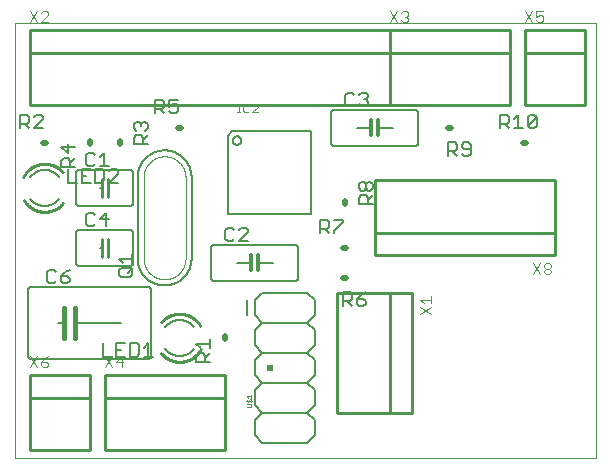
<source format=gto>
G75*
%MOIN*%
%OFA0B0*%
%FSLAX25Y25*%
%IPPOS*%
%LPD*%
%AMOC8*
5,1,8,0,0,1.08239X$1,22.5*
%
%ADD10C,0.00000*%
%ADD11C,0.00600*%
%ADD12C,0.01000*%
%ADD13C,0.00500*%
%ADD14C,0.01200*%
%ADD15C,0.01600*%
%ADD16C,0.00300*%
%ADD17C,0.00200*%
%ADD18C,0.02000*%
%ADD19C,0.00800*%
%ADD20C,0.00100*%
%ADD21R,0.02000X0.02000*%
%ADD22C,0.00400*%
D10*
X0001400Y0008000D02*
X0001400Y0152961D01*
X0195101Y0152961D01*
X0195101Y0008000D01*
X0001400Y0008000D01*
D11*
X0006900Y0041000D02*
X0045900Y0041000D01*
X0045960Y0041002D01*
X0046021Y0041007D01*
X0046080Y0041016D01*
X0046139Y0041029D01*
X0046198Y0041045D01*
X0046255Y0041065D01*
X0046310Y0041088D01*
X0046365Y0041115D01*
X0046417Y0041144D01*
X0046468Y0041177D01*
X0046517Y0041213D01*
X0046563Y0041251D01*
X0046607Y0041293D01*
X0046649Y0041337D01*
X0046687Y0041383D01*
X0046723Y0041432D01*
X0046756Y0041483D01*
X0046785Y0041535D01*
X0046812Y0041590D01*
X0046835Y0041645D01*
X0046855Y0041702D01*
X0046871Y0041761D01*
X0046884Y0041820D01*
X0046893Y0041879D01*
X0046898Y0041940D01*
X0046900Y0042000D01*
X0046900Y0064000D01*
X0046898Y0064060D01*
X0046893Y0064121D01*
X0046884Y0064180D01*
X0046871Y0064239D01*
X0046855Y0064298D01*
X0046835Y0064355D01*
X0046812Y0064410D01*
X0046785Y0064465D01*
X0046756Y0064517D01*
X0046723Y0064568D01*
X0046687Y0064617D01*
X0046649Y0064663D01*
X0046607Y0064707D01*
X0046563Y0064749D01*
X0046517Y0064787D01*
X0046468Y0064823D01*
X0046417Y0064856D01*
X0046365Y0064885D01*
X0046310Y0064912D01*
X0046255Y0064935D01*
X0046198Y0064955D01*
X0046139Y0064971D01*
X0046080Y0064984D01*
X0046021Y0064993D01*
X0045960Y0064998D01*
X0045900Y0065000D01*
X0006900Y0065000D01*
X0006840Y0064998D01*
X0006779Y0064993D01*
X0006720Y0064984D01*
X0006661Y0064971D01*
X0006602Y0064955D01*
X0006545Y0064935D01*
X0006490Y0064912D01*
X0006435Y0064885D01*
X0006383Y0064856D01*
X0006332Y0064823D01*
X0006283Y0064787D01*
X0006237Y0064749D01*
X0006193Y0064707D01*
X0006151Y0064663D01*
X0006113Y0064617D01*
X0006077Y0064568D01*
X0006044Y0064517D01*
X0006015Y0064465D01*
X0005988Y0064410D01*
X0005965Y0064355D01*
X0005945Y0064298D01*
X0005929Y0064239D01*
X0005916Y0064180D01*
X0005907Y0064121D01*
X0005902Y0064060D01*
X0005900Y0064000D01*
X0005900Y0042000D01*
X0005902Y0041940D01*
X0005907Y0041879D01*
X0005916Y0041820D01*
X0005929Y0041761D01*
X0005945Y0041702D01*
X0005965Y0041645D01*
X0005988Y0041590D01*
X0006015Y0041535D01*
X0006044Y0041483D01*
X0006077Y0041432D01*
X0006113Y0041383D01*
X0006151Y0041337D01*
X0006193Y0041293D01*
X0006237Y0041251D01*
X0006283Y0041213D01*
X0006332Y0041177D01*
X0006383Y0041144D01*
X0006435Y0041115D01*
X0006490Y0041088D01*
X0006545Y0041065D01*
X0006602Y0041045D01*
X0006661Y0041029D01*
X0006720Y0041016D01*
X0006779Y0041007D01*
X0006840Y0041002D01*
X0006900Y0041000D01*
X0015900Y0053000D02*
X0017900Y0053000D01*
X0021400Y0053000D02*
X0036900Y0053000D01*
X0056400Y0054000D02*
X0056552Y0053998D01*
X0056703Y0053992D01*
X0056854Y0053983D01*
X0057006Y0053969D01*
X0057156Y0053952D01*
X0057306Y0053931D01*
X0057456Y0053906D01*
X0057605Y0053878D01*
X0057753Y0053845D01*
X0057900Y0053809D01*
X0058047Y0053770D01*
X0058192Y0053726D01*
X0058336Y0053679D01*
X0058479Y0053628D01*
X0058620Y0053574D01*
X0058761Y0053516D01*
X0058899Y0053455D01*
X0059036Y0053390D01*
X0059172Y0053321D01*
X0059305Y0053250D01*
X0059437Y0053175D01*
X0059567Y0053096D01*
X0059694Y0053015D01*
X0059820Y0052930D01*
X0059944Y0052842D01*
X0060065Y0052751D01*
X0060184Y0052657D01*
X0060300Y0052559D01*
X0060414Y0052459D01*
X0060526Y0052357D01*
X0060634Y0052251D01*
X0060740Y0052143D01*
X0060844Y0052032D01*
X0060944Y0051918D01*
X0061042Y0051802D01*
X0061136Y0051683D01*
X0056400Y0042000D02*
X0056246Y0042002D01*
X0056092Y0042008D01*
X0055938Y0042018D01*
X0055784Y0042032D01*
X0055631Y0042049D01*
X0055479Y0042071D01*
X0055327Y0042097D01*
X0055175Y0042126D01*
X0055025Y0042160D01*
X0054875Y0042197D01*
X0054727Y0042238D01*
X0054579Y0042283D01*
X0054433Y0042332D01*
X0054288Y0042384D01*
X0054145Y0042440D01*
X0054002Y0042500D01*
X0053862Y0042563D01*
X0053723Y0042630D01*
X0053586Y0042701D01*
X0053451Y0042775D01*
X0053318Y0042852D01*
X0053186Y0042933D01*
X0053057Y0043017D01*
X0052930Y0043105D01*
X0052806Y0043196D01*
X0052684Y0043289D01*
X0052564Y0043387D01*
X0052447Y0043487D01*
X0052332Y0043590D01*
X0052220Y0043696D01*
X0052111Y0043804D01*
X0052005Y0043916D01*
X0051901Y0044030D01*
X0051801Y0044147D01*
X0051703Y0044266D01*
X0051609Y0044388D01*
X0051518Y0044513D01*
X0056400Y0042000D02*
X0056550Y0042002D01*
X0056701Y0042008D01*
X0056851Y0042017D01*
X0057000Y0042030D01*
X0057150Y0042047D01*
X0057299Y0042068D01*
X0057447Y0042092D01*
X0057595Y0042120D01*
X0057742Y0042152D01*
X0057888Y0042187D01*
X0058033Y0042227D01*
X0058177Y0042269D01*
X0058320Y0042316D01*
X0058462Y0042366D01*
X0058603Y0042419D01*
X0058742Y0042476D01*
X0058880Y0042536D01*
X0059016Y0042600D01*
X0059150Y0042667D01*
X0059283Y0042738D01*
X0059414Y0042812D01*
X0059543Y0042889D01*
X0059670Y0042970D01*
X0059795Y0043053D01*
X0059918Y0043140D01*
X0060039Y0043229D01*
X0060157Y0043322D01*
X0060273Y0043418D01*
X0060387Y0043516D01*
X0060498Y0043617D01*
X0060607Y0043722D01*
X0060712Y0043828D01*
X0060816Y0043938D01*
X0060916Y0044050D01*
X0061014Y0044164D01*
X0061108Y0044281D01*
X0061200Y0044400D01*
X0056400Y0054000D02*
X0056248Y0053998D01*
X0056097Y0053992D01*
X0055946Y0053983D01*
X0055794Y0053969D01*
X0055644Y0053952D01*
X0055494Y0053931D01*
X0055344Y0053906D01*
X0055195Y0053878D01*
X0055047Y0053845D01*
X0054900Y0053809D01*
X0054753Y0053770D01*
X0054608Y0053726D01*
X0054464Y0053679D01*
X0054321Y0053628D01*
X0054180Y0053574D01*
X0054039Y0053516D01*
X0053901Y0053455D01*
X0053764Y0053390D01*
X0053628Y0053321D01*
X0053495Y0053250D01*
X0053363Y0053175D01*
X0053233Y0053096D01*
X0053106Y0053015D01*
X0052980Y0052930D01*
X0052856Y0052842D01*
X0052735Y0052751D01*
X0052616Y0052657D01*
X0052500Y0052559D01*
X0052386Y0052459D01*
X0052274Y0052357D01*
X0052166Y0052251D01*
X0052060Y0052143D01*
X0051956Y0052032D01*
X0051856Y0051918D01*
X0051758Y0051802D01*
X0051664Y0051683D01*
X0067900Y0067000D02*
X0094900Y0067000D01*
X0094960Y0067002D01*
X0095021Y0067007D01*
X0095080Y0067016D01*
X0095139Y0067029D01*
X0095198Y0067045D01*
X0095255Y0067065D01*
X0095310Y0067088D01*
X0095365Y0067115D01*
X0095417Y0067144D01*
X0095468Y0067177D01*
X0095517Y0067213D01*
X0095563Y0067251D01*
X0095607Y0067293D01*
X0095649Y0067337D01*
X0095687Y0067383D01*
X0095723Y0067432D01*
X0095756Y0067483D01*
X0095785Y0067535D01*
X0095812Y0067590D01*
X0095835Y0067645D01*
X0095855Y0067702D01*
X0095871Y0067761D01*
X0095884Y0067820D01*
X0095893Y0067879D01*
X0095898Y0067940D01*
X0095900Y0068000D01*
X0095900Y0078000D01*
X0095898Y0078060D01*
X0095893Y0078121D01*
X0095884Y0078180D01*
X0095871Y0078239D01*
X0095855Y0078298D01*
X0095835Y0078355D01*
X0095812Y0078410D01*
X0095785Y0078465D01*
X0095756Y0078517D01*
X0095723Y0078568D01*
X0095687Y0078617D01*
X0095649Y0078663D01*
X0095607Y0078707D01*
X0095563Y0078749D01*
X0095517Y0078787D01*
X0095468Y0078823D01*
X0095417Y0078856D01*
X0095365Y0078885D01*
X0095310Y0078912D01*
X0095255Y0078935D01*
X0095198Y0078955D01*
X0095139Y0078971D01*
X0095080Y0078984D01*
X0095021Y0078993D01*
X0094960Y0078998D01*
X0094900Y0079000D01*
X0067900Y0079000D01*
X0067840Y0078998D01*
X0067779Y0078993D01*
X0067720Y0078984D01*
X0067661Y0078971D01*
X0067602Y0078955D01*
X0067545Y0078935D01*
X0067490Y0078912D01*
X0067435Y0078885D01*
X0067383Y0078856D01*
X0067332Y0078823D01*
X0067283Y0078787D01*
X0067237Y0078749D01*
X0067193Y0078707D01*
X0067151Y0078663D01*
X0067113Y0078617D01*
X0067077Y0078568D01*
X0067044Y0078517D01*
X0067015Y0078465D01*
X0066988Y0078410D01*
X0066965Y0078355D01*
X0066945Y0078298D01*
X0066929Y0078239D01*
X0066916Y0078180D01*
X0066907Y0078121D01*
X0066902Y0078060D01*
X0066900Y0078000D01*
X0066900Y0068000D01*
X0066902Y0067940D01*
X0066907Y0067879D01*
X0066916Y0067820D01*
X0066929Y0067761D01*
X0066945Y0067702D01*
X0066965Y0067645D01*
X0066988Y0067590D01*
X0067015Y0067535D01*
X0067044Y0067483D01*
X0067077Y0067432D01*
X0067113Y0067383D01*
X0067151Y0067337D01*
X0067193Y0067293D01*
X0067237Y0067251D01*
X0067283Y0067213D01*
X0067332Y0067177D01*
X0067383Y0067144D01*
X0067435Y0067115D01*
X0067490Y0067088D01*
X0067545Y0067065D01*
X0067602Y0067045D01*
X0067661Y0067029D01*
X0067720Y0067016D01*
X0067779Y0067007D01*
X0067840Y0067002D01*
X0067900Y0067000D01*
X0075400Y0073000D02*
X0080200Y0073000D01*
X0082700Y0073000D02*
X0087400Y0073000D01*
X0083900Y0063000D02*
X0098900Y0063000D01*
X0101400Y0060500D01*
X0101400Y0055500D01*
X0098900Y0053000D01*
X0083900Y0053000D01*
X0081400Y0050500D01*
X0081400Y0045500D01*
X0083900Y0043000D01*
X0098900Y0043000D01*
X0101400Y0040500D01*
X0101400Y0035500D01*
X0098900Y0033000D01*
X0083900Y0033000D01*
X0081400Y0030500D01*
X0081400Y0025500D01*
X0083900Y0023000D01*
X0081400Y0020500D01*
X0081400Y0015500D01*
X0083900Y0013000D01*
X0098900Y0013000D01*
X0101400Y0015500D01*
X0101400Y0020500D01*
X0098900Y0023000D01*
X0083900Y0023000D01*
X0083900Y0033000D02*
X0081400Y0035500D01*
X0081400Y0040500D01*
X0083900Y0043000D01*
X0083900Y0053000D02*
X0081400Y0055500D01*
X0081400Y0060500D01*
X0083900Y0063000D01*
X0098900Y0053000D02*
X0101400Y0050500D01*
X0101400Y0045500D01*
X0098900Y0043000D01*
X0098900Y0033000D02*
X0101400Y0030500D01*
X0101400Y0025500D01*
X0098900Y0023000D01*
X0040900Y0073000D02*
X0040900Y0083000D01*
X0040898Y0083060D01*
X0040893Y0083121D01*
X0040884Y0083180D01*
X0040871Y0083239D01*
X0040855Y0083298D01*
X0040835Y0083355D01*
X0040812Y0083410D01*
X0040785Y0083465D01*
X0040756Y0083517D01*
X0040723Y0083568D01*
X0040687Y0083617D01*
X0040649Y0083663D01*
X0040607Y0083707D01*
X0040563Y0083749D01*
X0040517Y0083787D01*
X0040468Y0083823D01*
X0040417Y0083856D01*
X0040365Y0083885D01*
X0040310Y0083912D01*
X0040255Y0083935D01*
X0040198Y0083955D01*
X0040139Y0083971D01*
X0040080Y0083984D01*
X0040021Y0083993D01*
X0039960Y0083998D01*
X0039900Y0084000D01*
X0022900Y0084000D01*
X0022840Y0083998D01*
X0022779Y0083993D01*
X0022720Y0083984D01*
X0022661Y0083971D01*
X0022602Y0083955D01*
X0022545Y0083935D01*
X0022490Y0083912D01*
X0022435Y0083885D01*
X0022383Y0083856D01*
X0022332Y0083823D01*
X0022283Y0083787D01*
X0022237Y0083749D01*
X0022193Y0083707D01*
X0022151Y0083663D01*
X0022113Y0083617D01*
X0022077Y0083568D01*
X0022044Y0083517D01*
X0022015Y0083465D01*
X0021988Y0083410D01*
X0021965Y0083355D01*
X0021945Y0083298D01*
X0021929Y0083239D01*
X0021916Y0083180D01*
X0021907Y0083121D01*
X0021902Y0083060D01*
X0021900Y0083000D01*
X0021900Y0073000D01*
X0021902Y0072940D01*
X0021907Y0072879D01*
X0021916Y0072820D01*
X0021929Y0072761D01*
X0021945Y0072702D01*
X0021965Y0072645D01*
X0021988Y0072590D01*
X0022015Y0072535D01*
X0022044Y0072483D01*
X0022077Y0072432D01*
X0022113Y0072383D01*
X0022151Y0072337D01*
X0022193Y0072293D01*
X0022237Y0072251D01*
X0022283Y0072213D01*
X0022332Y0072177D01*
X0022383Y0072144D01*
X0022435Y0072115D01*
X0022490Y0072088D01*
X0022545Y0072065D01*
X0022602Y0072045D01*
X0022661Y0072029D01*
X0022720Y0072016D01*
X0022779Y0072007D01*
X0022840Y0072002D01*
X0022900Y0072000D01*
X0039900Y0072000D01*
X0039960Y0072002D01*
X0040021Y0072007D01*
X0040080Y0072016D01*
X0040139Y0072029D01*
X0040198Y0072045D01*
X0040255Y0072065D01*
X0040310Y0072088D01*
X0040365Y0072115D01*
X0040417Y0072144D01*
X0040468Y0072177D01*
X0040517Y0072213D01*
X0040563Y0072251D01*
X0040607Y0072293D01*
X0040649Y0072337D01*
X0040687Y0072383D01*
X0040723Y0072432D01*
X0040756Y0072483D01*
X0040785Y0072535D01*
X0040812Y0072590D01*
X0040835Y0072645D01*
X0040855Y0072702D01*
X0040871Y0072761D01*
X0040884Y0072820D01*
X0040893Y0072879D01*
X0040898Y0072940D01*
X0040900Y0073000D01*
X0042400Y0074500D02*
X0042400Y0101500D01*
X0040900Y0103000D02*
X0040900Y0093000D01*
X0040898Y0092940D01*
X0040893Y0092879D01*
X0040884Y0092820D01*
X0040871Y0092761D01*
X0040855Y0092702D01*
X0040835Y0092645D01*
X0040812Y0092590D01*
X0040785Y0092535D01*
X0040756Y0092483D01*
X0040723Y0092432D01*
X0040687Y0092383D01*
X0040649Y0092337D01*
X0040607Y0092293D01*
X0040563Y0092251D01*
X0040517Y0092213D01*
X0040468Y0092177D01*
X0040417Y0092144D01*
X0040365Y0092115D01*
X0040310Y0092088D01*
X0040255Y0092065D01*
X0040198Y0092045D01*
X0040139Y0092029D01*
X0040080Y0092016D01*
X0040021Y0092007D01*
X0039960Y0092002D01*
X0039900Y0092000D01*
X0022900Y0092000D01*
X0022840Y0092002D01*
X0022779Y0092007D01*
X0022720Y0092016D01*
X0022661Y0092029D01*
X0022602Y0092045D01*
X0022545Y0092065D01*
X0022490Y0092088D01*
X0022435Y0092115D01*
X0022383Y0092144D01*
X0022332Y0092177D01*
X0022283Y0092213D01*
X0022237Y0092251D01*
X0022193Y0092293D01*
X0022151Y0092337D01*
X0022113Y0092383D01*
X0022077Y0092432D01*
X0022044Y0092483D01*
X0022015Y0092535D01*
X0021988Y0092590D01*
X0021965Y0092645D01*
X0021945Y0092702D01*
X0021929Y0092761D01*
X0021916Y0092820D01*
X0021907Y0092879D01*
X0021902Y0092940D01*
X0021900Y0093000D01*
X0021900Y0103000D01*
X0021902Y0103060D01*
X0021907Y0103121D01*
X0021916Y0103180D01*
X0021929Y0103239D01*
X0021945Y0103298D01*
X0021965Y0103355D01*
X0021988Y0103410D01*
X0022015Y0103465D01*
X0022044Y0103517D01*
X0022077Y0103568D01*
X0022113Y0103617D01*
X0022151Y0103663D01*
X0022193Y0103707D01*
X0022237Y0103749D01*
X0022283Y0103787D01*
X0022332Y0103823D01*
X0022383Y0103856D01*
X0022435Y0103885D01*
X0022490Y0103912D01*
X0022545Y0103935D01*
X0022602Y0103955D01*
X0022661Y0103971D01*
X0022720Y0103984D01*
X0022779Y0103993D01*
X0022840Y0103998D01*
X0022900Y0104000D01*
X0039900Y0104000D01*
X0039960Y0103998D01*
X0040021Y0103993D01*
X0040080Y0103984D01*
X0040139Y0103971D01*
X0040198Y0103955D01*
X0040255Y0103935D01*
X0040310Y0103912D01*
X0040365Y0103885D01*
X0040417Y0103856D01*
X0040468Y0103823D01*
X0040517Y0103787D01*
X0040563Y0103749D01*
X0040607Y0103707D01*
X0040649Y0103663D01*
X0040687Y0103617D01*
X0040723Y0103568D01*
X0040756Y0103517D01*
X0040785Y0103465D01*
X0040812Y0103410D01*
X0040835Y0103355D01*
X0040855Y0103298D01*
X0040871Y0103239D01*
X0040884Y0103180D01*
X0040893Y0103121D01*
X0040898Y0103060D01*
X0040900Y0103000D01*
X0032900Y0098000D02*
X0032400Y0098000D01*
X0030400Y0098000D02*
X0029900Y0098000D01*
X0011400Y0092000D02*
X0011248Y0092002D01*
X0011097Y0092008D01*
X0010946Y0092017D01*
X0010794Y0092031D01*
X0010644Y0092048D01*
X0010494Y0092069D01*
X0010344Y0092094D01*
X0010195Y0092122D01*
X0010047Y0092155D01*
X0009900Y0092191D01*
X0009753Y0092230D01*
X0009608Y0092274D01*
X0009464Y0092321D01*
X0009321Y0092372D01*
X0009180Y0092426D01*
X0009039Y0092484D01*
X0008901Y0092545D01*
X0008764Y0092610D01*
X0008628Y0092679D01*
X0008495Y0092750D01*
X0008363Y0092825D01*
X0008233Y0092904D01*
X0008106Y0092985D01*
X0007980Y0093070D01*
X0007856Y0093158D01*
X0007735Y0093249D01*
X0007616Y0093343D01*
X0007500Y0093441D01*
X0007386Y0093541D01*
X0007274Y0093643D01*
X0007166Y0093749D01*
X0007060Y0093857D01*
X0006956Y0093968D01*
X0006856Y0094082D01*
X0006758Y0094198D01*
X0006664Y0094317D01*
X0011400Y0104000D02*
X0011554Y0103998D01*
X0011708Y0103992D01*
X0011862Y0103982D01*
X0012016Y0103968D01*
X0012169Y0103951D01*
X0012321Y0103929D01*
X0012473Y0103903D01*
X0012625Y0103874D01*
X0012775Y0103840D01*
X0012925Y0103803D01*
X0013073Y0103762D01*
X0013221Y0103717D01*
X0013367Y0103668D01*
X0013512Y0103616D01*
X0013655Y0103560D01*
X0013798Y0103500D01*
X0013938Y0103437D01*
X0014077Y0103370D01*
X0014214Y0103299D01*
X0014349Y0103225D01*
X0014482Y0103148D01*
X0014614Y0103067D01*
X0014743Y0102983D01*
X0014870Y0102895D01*
X0014994Y0102804D01*
X0015116Y0102711D01*
X0015236Y0102613D01*
X0015353Y0102513D01*
X0015468Y0102410D01*
X0015580Y0102304D01*
X0015689Y0102196D01*
X0015795Y0102084D01*
X0015899Y0101970D01*
X0015999Y0101853D01*
X0016097Y0101734D01*
X0016191Y0101612D01*
X0016282Y0101487D01*
X0011400Y0104000D02*
X0011250Y0103998D01*
X0011099Y0103992D01*
X0010949Y0103983D01*
X0010800Y0103970D01*
X0010650Y0103953D01*
X0010501Y0103932D01*
X0010353Y0103908D01*
X0010205Y0103880D01*
X0010058Y0103848D01*
X0009912Y0103813D01*
X0009767Y0103773D01*
X0009623Y0103731D01*
X0009480Y0103684D01*
X0009338Y0103634D01*
X0009197Y0103581D01*
X0009058Y0103524D01*
X0008920Y0103464D01*
X0008784Y0103400D01*
X0008650Y0103333D01*
X0008517Y0103262D01*
X0008386Y0103188D01*
X0008257Y0103111D01*
X0008130Y0103030D01*
X0008005Y0102947D01*
X0007882Y0102860D01*
X0007761Y0102771D01*
X0007643Y0102678D01*
X0007527Y0102582D01*
X0007413Y0102484D01*
X0007302Y0102383D01*
X0007193Y0102278D01*
X0007088Y0102172D01*
X0006984Y0102062D01*
X0006884Y0101950D01*
X0006786Y0101836D01*
X0006692Y0101719D01*
X0006600Y0101600D01*
X0011400Y0092000D02*
X0011552Y0092002D01*
X0011703Y0092008D01*
X0011854Y0092017D01*
X0012006Y0092031D01*
X0012156Y0092048D01*
X0012306Y0092069D01*
X0012456Y0092094D01*
X0012605Y0092122D01*
X0012753Y0092155D01*
X0012900Y0092191D01*
X0013047Y0092230D01*
X0013192Y0092274D01*
X0013336Y0092321D01*
X0013479Y0092372D01*
X0013620Y0092426D01*
X0013761Y0092484D01*
X0013899Y0092545D01*
X0014036Y0092610D01*
X0014172Y0092679D01*
X0014305Y0092750D01*
X0014437Y0092825D01*
X0014567Y0092904D01*
X0014694Y0092985D01*
X0014820Y0093070D01*
X0014944Y0093158D01*
X0015065Y0093249D01*
X0015184Y0093343D01*
X0015300Y0093441D01*
X0015414Y0093541D01*
X0015526Y0093643D01*
X0015634Y0093749D01*
X0015740Y0093857D01*
X0015844Y0093968D01*
X0015944Y0094082D01*
X0016042Y0094198D01*
X0016136Y0094317D01*
X0029900Y0078000D02*
X0030400Y0078000D01*
X0032400Y0078000D02*
X0032900Y0078000D01*
X0042400Y0074500D02*
X0042403Y0074281D01*
X0042411Y0074062D01*
X0042424Y0073843D01*
X0042443Y0073625D01*
X0042467Y0073407D01*
X0042496Y0073190D01*
X0042530Y0072973D01*
X0042570Y0072758D01*
X0042615Y0072543D01*
X0042666Y0072330D01*
X0042721Y0072118D01*
X0042782Y0071907D01*
X0042847Y0071698D01*
X0042918Y0071491D01*
X0042994Y0071285D01*
X0043075Y0071081D01*
X0043160Y0070879D01*
X0043251Y0070680D01*
X0043346Y0070483D01*
X0043447Y0070288D01*
X0043552Y0070095D01*
X0043661Y0069905D01*
X0043775Y0069718D01*
X0043894Y0069534D01*
X0044017Y0069353D01*
X0044145Y0069175D01*
X0044277Y0068999D01*
X0044413Y0068828D01*
X0044553Y0068659D01*
X0044697Y0068494D01*
X0044845Y0068333D01*
X0044997Y0068175D01*
X0045153Y0068021D01*
X0045313Y0067871D01*
X0045476Y0067724D01*
X0045643Y0067582D01*
X0045813Y0067444D01*
X0045987Y0067310D01*
X0046163Y0067180D01*
X0046343Y0067055D01*
X0046526Y0066934D01*
X0046712Y0066818D01*
X0046900Y0066706D01*
X0047091Y0066599D01*
X0047285Y0066496D01*
X0047481Y0066398D01*
X0047679Y0066305D01*
X0047880Y0066217D01*
X0048083Y0066134D01*
X0048288Y0066055D01*
X0048494Y0065982D01*
X0048702Y0065914D01*
X0048912Y0065851D01*
X0049124Y0065793D01*
X0049336Y0065740D01*
X0049550Y0065692D01*
X0049765Y0065650D01*
X0049981Y0065613D01*
X0050198Y0065581D01*
X0050416Y0065554D01*
X0050634Y0065533D01*
X0050852Y0065517D01*
X0051071Y0065506D01*
X0051290Y0065501D01*
X0051510Y0065501D01*
X0051729Y0065506D01*
X0051948Y0065517D01*
X0052166Y0065533D01*
X0052384Y0065554D01*
X0052602Y0065581D01*
X0052819Y0065613D01*
X0053035Y0065650D01*
X0053250Y0065692D01*
X0053464Y0065740D01*
X0053676Y0065793D01*
X0053888Y0065851D01*
X0054098Y0065914D01*
X0054306Y0065982D01*
X0054512Y0066055D01*
X0054717Y0066134D01*
X0054920Y0066217D01*
X0055121Y0066305D01*
X0055319Y0066398D01*
X0055515Y0066496D01*
X0055709Y0066599D01*
X0055900Y0066706D01*
X0056088Y0066818D01*
X0056274Y0066934D01*
X0056457Y0067055D01*
X0056637Y0067180D01*
X0056813Y0067310D01*
X0056987Y0067444D01*
X0057157Y0067582D01*
X0057324Y0067724D01*
X0057487Y0067871D01*
X0057647Y0068021D01*
X0057803Y0068175D01*
X0057955Y0068333D01*
X0058103Y0068494D01*
X0058247Y0068659D01*
X0058387Y0068828D01*
X0058523Y0068999D01*
X0058655Y0069175D01*
X0058783Y0069353D01*
X0058906Y0069534D01*
X0059025Y0069718D01*
X0059139Y0069905D01*
X0059248Y0070095D01*
X0059353Y0070288D01*
X0059454Y0070483D01*
X0059549Y0070680D01*
X0059640Y0070879D01*
X0059725Y0071081D01*
X0059806Y0071285D01*
X0059882Y0071491D01*
X0059953Y0071698D01*
X0060018Y0071907D01*
X0060079Y0072118D01*
X0060134Y0072330D01*
X0060185Y0072543D01*
X0060230Y0072758D01*
X0060270Y0072973D01*
X0060304Y0073190D01*
X0060333Y0073407D01*
X0060357Y0073625D01*
X0060376Y0073843D01*
X0060389Y0074062D01*
X0060397Y0074281D01*
X0060400Y0074500D01*
X0060400Y0101500D01*
X0060397Y0101719D01*
X0060389Y0101938D01*
X0060376Y0102157D01*
X0060357Y0102375D01*
X0060333Y0102593D01*
X0060304Y0102810D01*
X0060270Y0103027D01*
X0060230Y0103242D01*
X0060185Y0103457D01*
X0060134Y0103670D01*
X0060079Y0103882D01*
X0060018Y0104093D01*
X0059953Y0104302D01*
X0059882Y0104509D01*
X0059806Y0104715D01*
X0059725Y0104919D01*
X0059640Y0105121D01*
X0059549Y0105320D01*
X0059454Y0105517D01*
X0059353Y0105712D01*
X0059248Y0105905D01*
X0059139Y0106095D01*
X0059025Y0106282D01*
X0058906Y0106466D01*
X0058783Y0106647D01*
X0058655Y0106825D01*
X0058523Y0107001D01*
X0058387Y0107172D01*
X0058247Y0107341D01*
X0058103Y0107506D01*
X0057955Y0107667D01*
X0057803Y0107825D01*
X0057647Y0107979D01*
X0057487Y0108129D01*
X0057324Y0108276D01*
X0057157Y0108418D01*
X0056987Y0108556D01*
X0056813Y0108690D01*
X0056637Y0108820D01*
X0056457Y0108945D01*
X0056274Y0109066D01*
X0056088Y0109182D01*
X0055900Y0109294D01*
X0055709Y0109401D01*
X0055515Y0109504D01*
X0055319Y0109602D01*
X0055121Y0109695D01*
X0054920Y0109783D01*
X0054717Y0109866D01*
X0054512Y0109945D01*
X0054306Y0110018D01*
X0054098Y0110086D01*
X0053888Y0110149D01*
X0053676Y0110207D01*
X0053464Y0110260D01*
X0053250Y0110308D01*
X0053035Y0110350D01*
X0052819Y0110387D01*
X0052602Y0110419D01*
X0052384Y0110446D01*
X0052166Y0110467D01*
X0051948Y0110483D01*
X0051729Y0110494D01*
X0051510Y0110499D01*
X0051290Y0110499D01*
X0051071Y0110494D01*
X0050852Y0110483D01*
X0050634Y0110467D01*
X0050416Y0110446D01*
X0050198Y0110419D01*
X0049981Y0110387D01*
X0049765Y0110350D01*
X0049550Y0110308D01*
X0049336Y0110260D01*
X0049124Y0110207D01*
X0048912Y0110149D01*
X0048702Y0110086D01*
X0048494Y0110018D01*
X0048288Y0109945D01*
X0048083Y0109866D01*
X0047880Y0109783D01*
X0047679Y0109695D01*
X0047481Y0109602D01*
X0047285Y0109504D01*
X0047091Y0109401D01*
X0046900Y0109294D01*
X0046712Y0109182D01*
X0046526Y0109066D01*
X0046343Y0108945D01*
X0046163Y0108820D01*
X0045987Y0108690D01*
X0045813Y0108556D01*
X0045643Y0108418D01*
X0045476Y0108276D01*
X0045313Y0108129D01*
X0045153Y0107979D01*
X0044997Y0107825D01*
X0044845Y0107667D01*
X0044697Y0107506D01*
X0044553Y0107341D01*
X0044413Y0107172D01*
X0044277Y0107001D01*
X0044145Y0106825D01*
X0044017Y0106647D01*
X0043894Y0106466D01*
X0043775Y0106282D01*
X0043661Y0106095D01*
X0043552Y0105905D01*
X0043447Y0105712D01*
X0043346Y0105517D01*
X0043251Y0105320D01*
X0043160Y0105121D01*
X0043075Y0104919D01*
X0042994Y0104715D01*
X0042918Y0104509D01*
X0042847Y0104302D01*
X0042782Y0104093D01*
X0042721Y0103882D01*
X0042666Y0103670D01*
X0042615Y0103457D01*
X0042570Y0103242D01*
X0042530Y0103027D01*
X0042496Y0102810D01*
X0042467Y0102593D01*
X0042443Y0102375D01*
X0042424Y0102157D01*
X0042411Y0101938D01*
X0042403Y0101719D01*
X0042400Y0101500D01*
X0072601Y0089201D02*
X0072601Y0115402D01*
X0073998Y0116799D01*
X0100199Y0116799D01*
X0100199Y0089201D01*
X0072601Y0089201D01*
X0074186Y0113800D02*
X0074188Y0113875D01*
X0074194Y0113949D01*
X0074204Y0114023D01*
X0074217Y0114096D01*
X0074235Y0114169D01*
X0074256Y0114240D01*
X0074281Y0114311D01*
X0074310Y0114380D01*
X0074343Y0114447D01*
X0074379Y0114512D01*
X0074418Y0114576D01*
X0074460Y0114637D01*
X0074506Y0114696D01*
X0074555Y0114753D01*
X0074607Y0114806D01*
X0074661Y0114857D01*
X0074718Y0114906D01*
X0074778Y0114950D01*
X0074840Y0114992D01*
X0074904Y0115031D01*
X0074970Y0115066D01*
X0075037Y0115097D01*
X0075107Y0115125D01*
X0075177Y0115149D01*
X0075249Y0115170D01*
X0075322Y0115186D01*
X0075395Y0115199D01*
X0075470Y0115208D01*
X0075544Y0115213D01*
X0075619Y0115214D01*
X0075693Y0115211D01*
X0075768Y0115204D01*
X0075841Y0115193D01*
X0075915Y0115179D01*
X0075987Y0115160D01*
X0076058Y0115138D01*
X0076128Y0115112D01*
X0076197Y0115082D01*
X0076263Y0115049D01*
X0076328Y0115012D01*
X0076391Y0114972D01*
X0076452Y0114928D01*
X0076510Y0114882D01*
X0076566Y0114832D01*
X0076619Y0114780D01*
X0076670Y0114725D01*
X0076717Y0114667D01*
X0076761Y0114607D01*
X0076802Y0114544D01*
X0076840Y0114480D01*
X0076874Y0114414D01*
X0076905Y0114345D01*
X0076932Y0114276D01*
X0076955Y0114205D01*
X0076974Y0114133D01*
X0076990Y0114060D01*
X0077002Y0113986D01*
X0077010Y0113912D01*
X0077014Y0113837D01*
X0077014Y0113763D01*
X0077010Y0113688D01*
X0077002Y0113614D01*
X0076990Y0113540D01*
X0076974Y0113467D01*
X0076955Y0113395D01*
X0076932Y0113324D01*
X0076905Y0113255D01*
X0076874Y0113186D01*
X0076840Y0113120D01*
X0076802Y0113056D01*
X0076761Y0112993D01*
X0076717Y0112933D01*
X0076670Y0112875D01*
X0076619Y0112820D01*
X0076566Y0112768D01*
X0076510Y0112718D01*
X0076452Y0112672D01*
X0076391Y0112628D01*
X0076328Y0112588D01*
X0076263Y0112551D01*
X0076197Y0112518D01*
X0076128Y0112488D01*
X0076058Y0112462D01*
X0075987Y0112440D01*
X0075915Y0112421D01*
X0075841Y0112407D01*
X0075768Y0112396D01*
X0075693Y0112389D01*
X0075619Y0112386D01*
X0075544Y0112387D01*
X0075470Y0112392D01*
X0075395Y0112401D01*
X0075322Y0112414D01*
X0075249Y0112430D01*
X0075177Y0112451D01*
X0075107Y0112475D01*
X0075037Y0112503D01*
X0074970Y0112534D01*
X0074904Y0112569D01*
X0074840Y0112608D01*
X0074778Y0112650D01*
X0074718Y0112694D01*
X0074661Y0112743D01*
X0074607Y0112794D01*
X0074555Y0112847D01*
X0074506Y0112904D01*
X0074460Y0112963D01*
X0074418Y0113024D01*
X0074379Y0113088D01*
X0074343Y0113153D01*
X0074310Y0113220D01*
X0074281Y0113289D01*
X0074256Y0113360D01*
X0074235Y0113431D01*
X0074217Y0113504D01*
X0074204Y0113577D01*
X0074194Y0113651D01*
X0074188Y0113725D01*
X0074186Y0113800D01*
X0106900Y0113000D02*
X0106900Y0123000D01*
X0106902Y0123060D01*
X0106907Y0123121D01*
X0106916Y0123180D01*
X0106929Y0123239D01*
X0106945Y0123298D01*
X0106965Y0123355D01*
X0106988Y0123410D01*
X0107015Y0123465D01*
X0107044Y0123517D01*
X0107077Y0123568D01*
X0107113Y0123617D01*
X0107151Y0123663D01*
X0107193Y0123707D01*
X0107237Y0123749D01*
X0107283Y0123787D01*
X0107332Y0123823D01*
X0107383Y0123856D01*
X0107435Y0123885D01*
X0107490Y0123912D01*
X0107545Y0123935D01*
X0107602Y0123955D01*
X0107661Y0123971D01*
X0107720Y0123984D01*
X0107779Y0123993D01*
X0107840Y0123998D01*
X0107900Y0124000D01*
X0134900Y0124000D01*
X0134960Y0123998D01*
X0135021Y0123993D01*
X0135080Y0123984D01*
X0135139Y0123971D01*
X0135198Y0123955D01*
X0135255Y0123935D01*
X0135310Y0123912D01*
X0135365Y0123885D01*
X0135417Y0123856D01*
X0135468Y0123823D01*
X0135517Y0123787D01*
X0135563Y0123749D01*
X0135607Y0123707D01*
X0135649Y0123663D01*
X0135687Y0123617D01*
X0135723Y0123568D01*
X0135756Y0123517D01*
X0135785Y0123465D01*
X0135812Y0123410D01*
X0135835Y0123355D01*
X0135855Y0123298D01*
X0135871Y0123239D01*
X0135884Y0123180D01*
X0135893Y0123121D01*
X0135898Y0123060D01*
X0135900Y0123000D01*
X0135900Y0113000D01*
X0135898Y0112940D01*
X0135893Y0112879D01*
X0135884Y0112820D01*
X0135871Y0112761D01*
X0135855Y0112702D01*
X0135835Y0112645D01*
X0135812Y0112590D01*
X0135785Y0112535D01*
X0135756Y0112483D01*
X0135723Y0112432D01*
X0135687Y0112383D01*
X0135649Y0112337D01*
X0135607Y0112293D01*
X0135563Y0112251D01*
X0135517Y0112213D01*
X0135468Y0112177D01*
X0135417Y0112144D01*
X0135365Y0112115D01*
X0135310Y0112088D01*
X0135255Y0112065D01*
X0135198Y0112045D01*
X0135139Y0112029D01*
X0135080Y0112016D01*
X0135021Y0112007D01*
X0134960Y0112002D01*
X0134900Y0112000D01*
X0107900Y0112000D01*
X0107840Y0112002D01*
X0107779Y0112007D01*
X0107720Y0112016D01*
X0107661Y0112029D01*
X0107602Y0112045D01*
X0107545Y0112065D01*
X0107490Y0112088D01*
X0107435Y0112115D01*
X0107383Y0112144D01*
X0107332Y0112177D01*
X0107283Y0112213D01*
X0107237Y0112251D01*
X0107193Y0112293D01*
X0107151Y0112337D01*
X0107113Y0112383D01*
X0107077Y0112432D01*
X0107044Y0112483D01*
X0107015Y0112535D01*
X0106988Y0112590D01*
X0106965Y0112645D01*
X0106945Y0112702D01*
X0106929Y0112761D01*
X0106916Y0112820D01*
X0106907Y0112879D01*
X0106902Y0112940D01*
X0106900Y0113000D01*
X0115400Y0118000D02*
X0120200Y0118000D01*
X0122700Y0118000D02*
X0127400Y0118000D01*
D12*
X0126400Y0125500D02*
X0126400Y0143000D01*
X0166400Y0143000D01*
X0166400Y0125500D01*
X0126400Y0125500D01*
X0006400Y0125500D01*
X0006400Y0143000D01*
X0126400Y0143000D01*
X0126400Y0150500D01*
X0166400Y0150500D01*
X0166400Y0143000D01*
X0171400Y0143000D02*
X0191400Y0143000D01*
X0191400Y0125500D01*
X0171400Y0125500D01*
X0171400Y0143000D01*
X0171400Y0150500D01*
X0191400Y0150500D01*
X0191400Y0143000D01*
X0181400Y0100500D02*
X0181400Y0083000D01*
X0121400Y0083000D01*
X0121400Y0100500D01*
X0181400Y0100500D01*
X0181400Y0083000D02*
X0181400Y0075500D01*
X0121400Y0075500D01*
X0121400Y0083000D01*
X0126400Y0063000D02*
X0108900Y0063000D01*
X0108900Y0023000D01*
X0126400Y0023000D01*
X0126400Y0063000D01*
X0133900Y0063000D01*
X0133900Y0023000D01*
X0126400Y0023000D01*
X0071400Y0028000D02*
X0071400Y0010500D01*
X0031400Y0010500D01*
X0031400Y0028000D01*
X0071400Y0028000D01*
X0071400Y0035500D01*
X0031400Y0035500D01*
X0031400Y0028000D01*
X0026400Y0028000D02*
X0006400Y0028000D01*
X0006400Y0035500D01*
X0026400Y0035500D01*
X0026400Y0028000D01*
X0026400Y0010500D01*
X0006400Y0010500D01*
X0006400Y0028000D01*
X0056400Y0040000D02*
X0056592Y0040002D01*
X0056784Y0040009D01*
X0056976Y0040021D01*
X0057168Y0040037D01*
X0057359Y0040058D01*
X0057549Y0040083D01*
X0057739Y0040113D01*
X0057928Y0040147D01*
X0058116Y0040186D01*
X0058303Y0040230D01*
X0058489Y0040278D01*
X0058674Y0040330D01*
X0058858Y0040387D01*
X0059040Y0040448D01*
X0059220Y0040514D01*
X0059399Y0040584D01*
X0059577Y0040658D01*
X0059752Y0040736D01*
X0059926Y0040819D01*
X0060097Y0040906D01*
X0060266Y0040996D01*
X0060433Y0041091D01*
X0060598Y0041190D01*
X0060761Y0041293D01*
X0060920Y0041400D01*
X0061078Y0041510D01*
X0061232Y0041624D01*
X0061384Y0041742D01*
X0061533Y0041864D01*
X0061679Y0041989D01*
X0061821Y0042117D01*
X0061961Y0042249D01*
X0062098Y0042384D01*
X0062231Y0042523D01*
X0062361Y0042664D01*
X0062487Y0042809D01*
X0062610Y0042957D01*
X0062729Y0043107D01*
X0062845Y0043261D01*
X0062957Y0043417D01*
X0063065Y0043576D01*
X0063170Y0043737D01*
X0063270Y0043901D01*
X0063366Y0044067D01*
X0063459Y0044235D01*
X0063346Y0051969D02*
X0063247Y0052138D01*
X0063143Y0052304D01*
X0063036Y0052468D01*
X0062925Y0052629D01*
X0062810Y0052787D01*
X0062691Y0052942D01*
X0062568Y0053095D01*
X0062442Y0053244D01*
X0062312Y0053390D01*
X0062178Y0053533D01*
X0062041Y0053673D01*
X0061901Y0053809D01*
X0061757Y0053942D01*
X0061610Y0054071D01*
X0061460Y0054197D01*
X0061307Y0054318D01*
X0061151Y0054437D01*
X0060992Y0054551D01*
X0060831Y0054661D01*
X0060666Y0054767D01*
X0060500Y0054870D01*
X0060330Y0054968D01*
X0060159Y0055062D01*
X0059985Y0055152D01*
X0059809Y0055237D01*
X0059631Y0055319D01*
X0059451Y0055395D01*
X0059269Y0055468D01*
X0059086Y0055536D01*
X0058901Y0055599D01*
X0058714Y0055658D01*
X0058526Y0055712D01*
X0058337Y0055762D01*
X0058147Y0055807D01*
X0057955Y0055847D01*
X0057763Y0055883D01*
X0057570Y0055914D01*
X0057376Y0055940D01*
X0057181Y0055962D01*
X0056986Y0055978D01*
X0056791Y0055990D01*
X0056595Y0055998D01*
X0056400Y0056000D01*
X0056207Y0055998D01*
X0056014Y0055991D01*
X0055822Y0055979D01*
X0055629Y0055963D01*
X0055437Y0055942D01*
X0055246Y0055916D01*
X0055056Y0055886D01*
X0054866Y0055851D01*
X0054677Y0055812D01*
X0054489Y0055768D01*
X0054302Y0055720D01*
X0054116Y0055667D01*
X0053932Y0055610D01*
X0053749Y0055548D01*
X0053568Y0055482D01*
X0053388Y0055411D01*
X0053210Y0055337D01*
X0053034Y0055258D01*
X0052860Y0055174D01*
X0052688Y0055087D01*
X0052518Y0054995D01*
X0052351Y0054899D01*
X0052185Y0054800D01*
X0052022Y0054696D01*
X0051862Y0054589D01*
X0051705Y0054477D01*
X0051550Y0054362D01*
X0051398Y0054243D01*
X0051249Y0054121D01*
X0051102Y0053995D01*
X0050959Y0053865D01*
X0050819Y0053732D01*
X0050683Y0053596D01*
X0050549Y0053456D01*
X0050420Y0053314D01*
X0050293Y0053168D01*
X0050254Y0042878D02*
X0050381Y0042730D01*
X0050511Y0042585D01*
X0050644Y0042444D01*
X0050781Y0042305D01*
X0050921Y0042170D01*
X0051065Y0042039D01*
X0051212Y0041911D01*
X0051361Y0041786D01*
X0051514Y0041665D01*
X0051669Y0041548D01*
X0051828Y0041435D01*
X0051989Y0041326D01*
X0052153Y0041221D01*
X0052319Y0041119D01*
X0052488Y0041022D01*
X0052658Y0040929D01*
X0052832Y0040840D01*
X0053007Y0040755D01*
X0053184Y0040675D01*
X0053363Y0040599D01*
X0053544Y0040527D01*
X0053727Y0040460D01*
X0053911Y0040397D01*
X0054097Y0040339D01*
X0054284Y0040285D01*
X0054472Y0040236D01*
X0054662Y0040191D01*
X0054852Y0040151D01*
X0055044Y0040116D01*
X0055236Y0040085D01*
X0055429Y0040059D01*
X0055623Y0040038D01*
X0055817Y0040021D01*
X0056011Y0040009D01*
X0056205Y0040002D01*
X0056400Y0040000D01*
X0032400Y0075000D02*
X0032400Y0078000D01*
X0032400Y0081000D01*
X0030400Y0081000D02*
X0030400Y0078000D01*
X0030400Y0075000D01*
X0030400Y0095000D02*
X0030400Y0098000D01*
X0030400Y0101000D01*
X0032400Y0101000D02*
X0032400Y0098000D01*
X0032400Y0095000D01*
X0011400Y0106000D02*
X0011208Y0105998D01*
X0011016Y0105991D01*
X0010824Y0105979D01*
X0010632Y0105963D01*
X0010441Y0105942D01*
X0010251Y0105917D01*
X0010061Y0105887D01*
X0009872Y0105853D01*
X0009684Y0105814D01*
X0009497Y0105770D01*
X0009311Y0105722D01*
X0009126Y0105670D01*
X0008942Y0105613D01*
X0008760Y0105552D01*
X0008580Y0105486D01*
X0008401Y0105416D01*
X0008223Y0105342D01*
X0008048Y0105264D01*
X0007874Y0105181D01*
X0007703Y0105094D01*
X0007534Y0105004D01*
X0007367Y0104909D01*
X0007202Y0104810D01*
X0007039Y0104707D01*
X0006880Y0104600D01*
X0006722Y0104490D01*
X0006568Y0104376D01*
X0006416Y0104258D01*
X0006267Y0104136D01*
X0006121Y0104011D01*
X0005979Y0103883D01*
X0005839Y0103751D01*
X0005702Y0103616D01*
X0005569Y0103477D01*
X0005439Y0103336D01*
X0005313Y0103191D01*
X0005190Y0103043D01*
X0005071Y0102893D01*
X0004955Y0102739D01*
X0004843Y0102583D01*
X0004735Y0102424D01*
X0004630Y0102263D01*
X0004530Y0102099D01*
X0004434Y0101933D01*
X0004341Y0101765D01*
X0004454Y0094031D02*
X0004553Y0093862D01*
X0004657Y0093696D01*
X0004764Y0093532D01*
X0004875Y0093371D01*
X0004990Y0093213D01*
X0005109Y0093058D01*
X0005232Y0092905D01*
X0005358Y0092756D01*
X0005488Y0092610D01*
X0005622Y0092467D01*
X0005759Y0092327D01*
X0005899Y0092191D01*
X0006043Y0092058D01*
X0006190Y0091929D01*
X0006340Y0091803D01*
X0006493Y0091682D01*
X0006649Y0091563D01*
X0006808Y0091449D01*
X0006969Y0091339D01*
X0007134Y0091233D01*
X0007300Y0091130D01*
X0007470Y0091032D01*
X0007641Y0090938D01*
X0007815Y0090848D01*
X0007991Y0090763D01*
X0008169Y0090681D01*
X0008349Y0090605D01*
X0008531Y0090532D01*
X0008714Y0090464D01*
X0008899Y0090401D01*
X0009086Y0090342D01*
X0009274Y0090288D01*
X0009463Y0090238D01*
X0009653Y0090193D01*
X0009845Y0090153D01*
X0010037Y0090117D01*
X0010230Y0090086D01*
X0010424Y0090060D01*
X0010619Y0090038D01*
X0010814Y0090022D01*
X0011009Y0090010D01*
X0011205Y0090002D01*
X0011400Y0090000D01*
X0011593Y0090002D01*
X0011786Y0090009D01*
X0011978Y0090021D01*
X0012171Y0090037D01*
X0012363Y0090058D01*
X0012554Y0090084D01*
X0012744Y0090114D01*
X0012934Y0090149D01*
X0013123Y0090188D01*
X0013311Y0090232D01*
X0013498Y0090280D01*
X0013684Y0090333D01*
X0013868Y0090390D01*
X0014051Y0090452D01*
X0014232Y0090518D01*
X0014412Y0090589D01*
X0014590Y0090663D01*
X0014766Y0090742D01*
X0014940Y0090826D01*
X0015112Y0090913D01*
X0015282Y0091005D01*
X0015449Y0091101D01*
X0015615Y0091200D01*
X0015778Y0091304D01*
X0015938Y0091411D01*
X0016095Y0091523D01*
X0016250Y0091638D01*
X0016402Y0091757D01*
X0016551Y0091879D01*
X0016698Y0092005D01*
X0016841Y0092135D01*
X0016981Y0092268D01*
X0017117Y0092404D01*
X0017251Y0092544D01*
X0017380Y0092686D01*
X0017507Y0092832D01*
X0017546Y0103122D02*
X0017419Y0103270D01*
X0017289Y0103415D01*
X0017156Y0103556D01*
X0017019Y0103695D01*
X0016879Y0103830D01*
X0016735Y0103961D01*
X0016588Y0104089D01*
X0016439Y0104214D01*
X0016286Y0104335D01*
X0016131Y0104452D01*
X0015972Y0104565D01*
X0015811Y0104674D01*
X0015647Y0104779D01*
X0015481Y0104881D01*
X0015312Y0104978D01*
X0015142Y0105071D01*
X0014968Y0105160D01*
X0014793Y0105245D01*
X0014616Y0105325D01*
X0014437Y0105401D01*
X0014256Y0105473D01*
X0014073Y0105540D01*
X0013889Y0105603D01*
X0013703Y0105661D01*
X0013516Y0105715D01*
X0013328Y0105764D01*
X0013138Y0105809D01*
X0012948Y0105849D01*
X0012756Y0105884D01*
X0012564Y0105915D01*
X0012371Y0105941D01*
X0012177Y0105962D01*
X0011983Y0105979D01*
X0011789Y0105991D01*
X0011595Y0105998D01*
X0011400Y0106000D01*
X0006400Y0143000D02*
X0006400Y0150500D01*
X0126400Y0150500D01*
X0126400Y0143000D01*
X0126400Y0125500D01*
D13*
X0119256Y0126001D02*
X0118506Y0125250D01*
X0117005Y0125250D01*
X0116254Y0126001D01*
X0114653Y0126001D02*
X0113902Y0125250D01*
X0112401Y0125250D01*
X0111650Y0126001D01*
X0111650Y0129003D01*
X0112401Y0129754D01*
X0113902Y0129754D01*
X0114653Y0129003D01*
X0116254Y0129003D02*
X0117005Y0129754D01*
X0118506Y0129754D01*
X0119256Y0129003D01*
X0119256Y0128253D01*
X0118506Y0127502D01*
X0119256Y0126751D01*
X0119256Y0126001D01*
X0118506Y0127502D02*
X0117755Y0127502D01*
X0145842Y0113154D02*
X0145842Y0108650D01*
X0145842Y0110151D02*
X0148094Y0110151D01*
X0148845Y0110902D01*
X0148845Y0112403D01*
X0148094Y0113154D01*
X0145842Y0113154D01*
X0147343Y0110151D02*
X0148845Y0108650D01*
X0150446Y0109401D02*
X0151197Y0108650D01*
X0152698Y0108650D01*
X0153449Y0109401D01*
X0153449Y0112403D01*
X0152698Y0113154D01*
X0151197Y0113154D01*
X0150446Y0112403D01*
X0150446Y0111653D01*
X0151197Y0110902D01*
X0153449Y0110902D01*
X0163250Y0117850D02*
X0163250Y0122354D01*
X0165502Y0122354D01*
X0166253Y0121603D01*
X0166253Y0120102D01*
X0165502Y0119351D01*
X0163250Y0119351D01*
X0164751Y0119351D02*
X0166253Y0117850D01*
X0167854Y0117850D02*
X0170856Y0117850D01*
X0169355Y0117850D02*
X0169355Y0122354D01*
X0167854Y0120853D01*
X0172458Y0121603D02*
X0172458Y0118601D01*
X0175460Y0121603D01*
X0175460Y0118601D01*
X0174710Y0117850D01*
X0173208Y0117850D01*
X0172458Y0118601D01*
X0172458Y0121603D02*
X0173208Y0122354D01*
X0174710Y0122354D01*
X0175460Y0121603D01*
X0120750Y0099298D02*
X0120750Y0097797D01*
X0119999Y0097046D01*
X0119249Y0097046D01*
X0118498Y0097797D01*
X0118498Y0099298D01*
X0119249Y0100049D01*
X0119999Y0100049D01*
X0120750Y0099298D01*
X0118498Y0099298D02*
X0117747Y0100049D01*
X0116997Y0100049D01*
X0116246Y0099298D01*
X0116246Y0097797D01*
X0116997Y0097046D01*
X0117747Y0097046D01*
X0118498Y0097797D01*
X0118498Y0095445D02*
X0116997Y0095445D01*
X0116246Y0094694D01*
X0116246Y0092442D01*
X0120750Y0092442D01*
X0119249Y0092442D02*
X0119249Y0094694D01*
X0118498Y0095445D01*
X0119249Y0093943D02*
X0120750Y0095445D01*
X0110856Y0087354D02*
X0110856Y0086603D01*
X0107854Y0083601D01*
X0107854Y0082850D01*
X0106253Y0082850D02*
X0104751Y0084351D01*
X0105502Y0084351D02*
X0103250Y0084351D01*
X0103250Y0082850D02*
X0103250Y0087354D01*
X0105502Y0087354D01*
X0106253Y0086603D01*
X0106253Y0085102D01*
X0105502Y0084351D01*
X0107854Y0087354D02*
X0110856Y0087354D01*
X0110842Y0063154D02*
X0113094Y0063154D01*
X0113845Y0062403D01*
X0113845Y0060902D01*
X0113094Y0060151D01*
X0110842Y0060151D01*
X0110842Y0058650D02*
X0110842Y0063154D01*
X0112343Y0060151D02*
X0113845Y0058650D01*
X0115446Y0059401D02*
X0116197Y0058650D01*
X0117698Y0058650D01*
X0118449Y0059401D01*
X0118449Y0060151D01*
X0117698Y0060902D01*
X0115446Y0060902D01*
X0115446Y0059401D01*
X0115446Y0060902D02*
X0116947Y0062403D01*
X0118449Y0063154D01*
X0079256Y0080250D02*
X0076254Y0080250D01*
X0079256Y0083253D01*
X0079256Y0084003D01*
X0078506Y0084754D01*
X0077005Y0084754D01*
X0076254Y0084003D01*
X0074653Y0084003D02*
X0073902Y0084754D01*
X0072401Y0084754D01*
X0071650Y0084003D01*
X0071650Y0081001D01*
X0072401Y0080250D01*
X0073902Y0080250D01*
X0074653Y0081001D01*
X0040650Y0075856D02*
X0040650Y0072854D01*
X0040650Y0074355D02*
X0036146Y0074355D01*
X0037647Y0072854D01*
X0036897Y0071253D02*
X0036146Y0070502D01*
X0036146Y0069001D01*
X0036897Y0068250D01*
X0039899Y0068250D01*
X0040650Y0069001D01*
X0040650Y0070502D01*
X0039899Y0071253D01*
X0036897Y0071253D01*
X0039149Y0069751D02*
X0040650Y0071253D01*
X0032006Y0085250D02*
X0032006Y0089754D01*
X0029754Y0087502D01*
X0032756Y0087502D01*
X0028153Y0089003D02*
X0027402Y0089754D01*
X0025901Y0089754D01*
X0025150Y0089003D01*
X0025150Y0086001D01*
X0025901Y0085250D01*
X0027402Y0085250D01*
X0028153Y0086001D01*
X0028358Y0099750D02*
X0030610Y0099750D01*
X0031360Y0100501D01*
X0031360Y0103503D01*
X0030610Y0104254D01*
X0028358Y0104254D01*
X0028358Y0099750D01*
X0026756Y0099750D02*
X0023754Y0099750D01*
X0023754Y0104254D01*
X0026756Y0104254D01*
X0027402Y0105250D02*
X0025901Y0105250D01*
X0025150Y0106001D01*
X0025150Y0109003D01*
X0025901Y0109754D01*
X0027402Y0109754D01*
X0028153Y0109003D01*
X0029754Y0108253D02*
X0031255Y0109754D01*
X0031255Y0105250D01*
X0029754Y0105250D02*
X0032756Y0105250D01*
X0033712Y0104254D02*
X0032962Y0103503D01*
X0033712Y0104254D02*
X0035214Y0104254D01*
X0035964Y0103503D01*
X0035964Y0102753D01*
X0032962Y0099750D01*
X0035964Y0099750D01*
X0028153Y0106001D02*
X0027402Y0105250D01*
X0025255Y0102002D02*
X0023754Y0102002D01*
X0021550Y0104850D02*
X0017046Y0104850D01*
X0017046Y0107102D01*
X0017797Y0107853D01*
X0019298Y0107853D01*
X0020049Y0107102D01*
X0020049Y0104850D01*
X0019150Y0104254D02*
X0019150Y0099750D01*
X0022153Y0099750D01*
X0020049Y0106351D02*
X0021550Y0107853D01*
X0019298Y0109454D02*
X0019298Y0112456D01*
X0017046Y0111706D02*
X0019298Y0109454D01*
X0021550Y0111706D02*
X0017046Y0111706D01*
X0010856Y0117850D02*
X0007854Y0117850D01*
X0010856Y0120853D01*
X0010856Y0121603D01*
X0010106Y0122354D01*
X0008605Y0122354D01*
X0007854Y0121603D01*
X0006253Y0121603D02*
X0006253Y0120102D01*
X0005502Y0119351D01*
X0003250Y0119351D01*
X0003250Y0117850D02*
X0003250Y0122354D01*
X0005502Y0122354D01*
X0006253Y0121603D01*
X0004751Y0119351D02*
X0006253Y0117850D01*
X0041246Y0117797D02*
X0041246Y0119298D01*
X0041997Y0120049D01*
X0042747Y0120049D01*
X0043498Y0119298D01*
X0044249Y0120049D01*
X0044999Y0120049D01*
X0045750Y0119298D01*
X0045750Y0117797D01*
X0044999Y0117046D01*
X0045750Y0115445D02*
X0044249Y0113943D01*
X0044249Y0114694D02*
X0044249Y0112442D01*
X0045750Y0112442D02*
X0041246Y0112442D01*
X0041246Y0114694D01*
X0041997Y0115445D01*
X0043498Y0115445D01*
X0044249Y0114694D01*
X0041997Y0117046D02*
X0041246Y0117797D01*
X0043498Y0118547D02*
X0043498Y0119298D01*
X0048250Y0122850D02*
X0048250Y0127354D01*
X0050502Y0127354D01*
X0051253Y0126603D01*
X0051253Y0125102D01*
X0050502Y0124351D01*
X0048250Y0124351D01*
X0049751Y0124351D02*
X0051253Y0122850D01*
X0052854Y0123601D02*
X0053605Y0122850D01*
X0055106Y0122850D01*
X0055856Y0123601D01*
X0055856Y0125102D01*
X0055106Y0125853D01*
X0054355Y0125853D01*
X0052854Y0125102D01*
X0052854Y0127354D01*
X0055856Y0127354D01*
X0019756Y0070754D02*
X0018255Y0070003D01*
X0016754Y0068502D01*
X0019006Y0068502D01*
X0019756Y0067751D01*
X0019756Y0067001D01*
X0019006Y0066250D01*
X0017505Y0066250D01*
X0016754Y0067001D01*
X0016754Y0068502D01*
X0015153Y0070003D02*
X0014402Y0070754D01*
X0012901Y0070754D01*
X0012150Y0070003D01*
X0012150Y0067001D01*
X0012901Y0066250D01*
X0014402Y0066250D01*
X0015153Y0067001D01*
X0030734Y0046254D02*
X0030734Y0041750D01*
X0033737Y0041750D01*
X0035338Y0041750D02*
X0038341Y0041750D01*
X0039942Y0041750D02*
X0042194Y0041750D01*
X0042945Y0042501D01*
X0042945Y0045503D01*
X0042194Y0046254D01*
X0039942Y0046254D01*
X0039942Y0041750D01*
X0036839Y0044002D02*
X0035338Y0044002D01*
X0035338Y0046254D02*
X0035338Y0041750D01*
X0035338Y0046254D02*
X0038341Y0046254D01*
X0044546Y0044753D02*
X0046047Y0046254D01*
X0046047Y0041750D01*
X0044546Y0041750D02*
X0047549Y0041750D01*
X0062046Y0042102D02*
X0062046Y0039850D01*
X0066550Y0039850D01*
X0065049Y0039850D02*
X0065049Y0042102D01*
X0064298Y0042853D01*
X0062797Y0042853D01*
X0062046Y0042102D01*
X0063547Y0044454D02*
X0062046Y0045955D01*
X0066550Y0045955D01*
X0066550Y0044454D02*
X0066550Y0047456D01*
X0066550Y0042853D02*
X0065049Y0041351D01*
D14*
X0080200Y0070500D02*
X0080200Y0073000D01*
X0080200Y0075500D01*
X0082700Y0075500D02*
X0082700Y0073000D01*
X0082700Y0070500D01*
X0120200Y0115500D02*
X0120200Y0118000D01*
X0120200Y0120500D01*
X0122700Y0120500D02*
X0122700Y0118000D01*
X0122700Y0115500D01*
D15*
X0021400Y0058000D02*
X0021400Y0053000D01*
X0021400Y0048000D01*
X0017900Y0048000D02*
X0017900Y0053000D01*
X0017900Y0058000D01*
D16*
X0075650Y0123150D02*
X0076617Y0123150D01*
X0076134Y0123150D02*
X0076134Y0126052D01*
X0076617Y0126052D02*
X0075650Y0126052D01*
X0077614Y0125569D02*
X0077614Y0123634D01*
X0078098Y0123150D01*
X0079066Y0123150D01*
X0079549Y0123634D01*
X0080561Y0123150D02*
X0082496Y0125085D01*
X0082496Y0125569D01*
X0082012Y0126052D01*
X0081045Y0126052D01*
X0080561Y0125569D01*
X0079549Y0125569D02*
X0079066Y0126052D01*
X0078098Y0126052D01*
X0077614Y0125569D01*
X0080561Y0123150D02*
X0082496Y0123150D01*
D17*
X0058400Y0101500D02*
X0058400Y0074500D01*
X0058398Y0074330D01*
X0058392Y0074159D01*
X0058381Y0073989D01*
X0058367Y0073819D01*
X0058348Y0073650D01*
X0058325Y0073481D01*
X0058299Y0073312D01*
X0058268Y0073145D01*
X0058233Y0072978D01*
X0058193Y0072812D01*
X0058150Y0072647D01*
X0058103Y0072483D01*
X0058052Y0072321D01*
X0057997Y0072159D01*
X0057938Y0071999D01*
X0057875Y0071841D01*
X0057809Y0071684D01*
X0057738Y0071529D01*
X0057664Y0071375D01*
X0057586Y0071224D01*
X0057504Y0071074D01*
X0057419Y0070926D01*
X0057330Y0070781D01*
X0057238Y0070638D01*
X0057142Y0070497D01*
X0057043Y0070358D01*
X0056940Y0070222D01*
X0056835Y0070088D01*
X0056726Y0069957D01*
X0056613Y0069829D01*
X0056498Y0069703D01*
X0056380Y0069580D01*
X0056259Y0069461D01*
X0056134Y0069344D01*
X0056007Y0069230D01*
X0055878Y0069119D01*
X0055745Y0069012D01*
X0055610Y0068908D01*
X0055473Y0068807D01*
X0055333Y0068709D01*
X0055191Y0068615D01*
X0055047Y0068525D01*
X0054900Y0068438D01*
X0054751Y0068354D01*
X0054601Y0068275D01*
X0054448Y0068199D01*
X0054294Y0068126D01*
X0054138Y0068058D01*
X0053980Y0067993D01*
X0053821Y0067932D01*
X0053660Y0067875D01*
X0053498Y0067822D01*
X0053335Y0067773D01*
X0053171Y0067728D01*
X0053005Y0067687D01*
X0052839Y0067649D01*
X0052671Y0067616D01*
X0052503Y0067588D01*
X0052335Y0067563D01*
X0052166Y0067542D01*
X0051996Y0067525D01*
X0051826Y0067513D01*
X0051656Y0067505D01*
X0051485Y0067501D01*
X0051315Y0067501D01*
X0051144Y0067505D01*
X0050974Y0067513D01*
X0050804Y0067525D01*
X0050634Y0067542D01*
X0050465Y0067563D01*
X0050297Y0067588D01*
X0050129Y0067616D01*
X0049961Y0067649D01*
X0049795Y0067687D01*
X0049629Y0067728D01*
X0049465Y0067773D01*
X0049302Y0067822D01*
X0049140Y0067875D01*
X0048979Y0067932D01*
X0048820Y0067993D01*
X0048662Y0068058D01*
X0048506Y0068126D01*
X0048352Y0068199D01*
X0048199Y0068275D01*
X0048049Y0068354D01*
X0047900Y0068438D01*
X0047753Y0068525D01*
X0047609Y0068615D01*
X0047467Y0068709D01*
X0047327Y0068807D01*
X0047190Y0068908D01*
X0047055Y0069012D01*
X0046922Y0069119D01*
X0046793Y0069230D01*
X0046666Y0069344D01*
X0046541Y0069461D01*
X0046420Y0069580D01*
X0046302Y0069703D01*
X0046187Y0069829D01*
X0046074Y0069957D01*
X0045965Y0070088D01*
X0045860Y0070222D01*
X0045757Y0070358D01*
X0045658Y0070497D01*
X0045562Y0070638D01*
X0045470Y0070781D01*
X0045381Y0070926D01*
X0045296Y0071074D01*
X0045214Y0071224D01*
X0045136Y0071375D01*
X0045062Y0071529D01*
X0044991Y0071684D01*
X0044925Y0071841D01*
X0044862Y0071999D01*
X0044803Y0072159D01*
X0044748Y0072321D01*
X0044697Y0072483D01*
X0044650Y0072647D01*
X0044607Y0072812D01*
X0044567Y0072978D01*
X0044532Y0073145D01*
X0044501Y0073312D01*
X0044475Y0073481D01*
X0044452Y0073650D01*
X0044433Y0073819D01*
X0044419Y0073989D01*
X0044408Y0074159D01*
X0044402Y0074330D01*
X0044400Y0074500D01*
X0044400Y0101500D01*
X0044402Y0101670D01*
X0044408Y0101841D01*
X0044419Y0102011D01*
X0044433Y0102181D01*
X0044452Y0102350D01*
X0044475Y0102519D01*
X0044501Y0102688D01*
X0044532Y0102855D01*
X0044567Y0103022D01*
X0044607Y0103188D01*
X0044650Y0103353D01*
X0044697Y0103517D01*
X0044748Y0103679D01*
X0044803Y0103841D01*
X0044862Y0104001D01*
X0044925Y0104159D01*
X0044991Y0104316D01*
X0045062Y0104471D01*
X0045136Y0104625D01*
X0045214Y0104776D01*
X0045296Y0104926D01*
X0045381Y0105074D01*
X0045470Y0105219D01*
X0045562Y0105362D01*
X0045658Y0105503D01*
X0045757Y0105642D01*
X0045860Y0105778D01*
X0045965Y0105912D01*
X0046074Y0106043D01*
X0046187Y0106171D01*
X0046302Y0106297D01*
X0046420Y0106420D01*
X0046541Y0106539D01*
X0046666Y0106656D01*
X0046793Y0106770D01*
X0046922Y0106881D01*
X0047055Y0106988D01*
X0047190Y0107092D01*
X0047327Y0107193D01*
X0047467Y0107291D01*
X0047609Y0107385D01*
X0047753Y0107475D01*
X0047900Y0107562D01*
X0048049Y0107646D01*
X0048199Y0107725D01*
X0048352Y0107801D01*
X0048506Y0107874D01*
X0048662Y0107942D01*
X0048820Y0108007D01*
X0048979Y0108068D01*
X0049140Y0108125D01*
X0049302Y0108178D01*
X0049465Y0108227D01*
X0049629Y0108272D01*
X0049795Y0108313D01*
X0049961Y0108351D01*
X0050129Y0108384D01*
X0050297Y0108412D01*
X0050465Y0108437D01*
X0050634Y0108458D01*
X0050804Y0108475D01*
X0050974Y0108487D01*
X0051144Y0108495D01*
X0051315Y0108499D01*
X0051485Y0108499D01*
X0051656Y0108495D01*
X0051826Y0108487D01*
X0051996Y0108475D01*
X0052166Y0108458D01*
X0052335Y0108437D01*
X0052503Y0108412D01*
X0052671Y0108384D01*
X0052839Y0108351D01*
X0053005Y0108313D01*
X0053171Y0108272D01*
X0053335Y0108227D01*
X0053498Y0108178D01*
X0053660Y0108125D01*
X0053821Y0108068D01*
X0053980Y0108007D01*
X0054138Y0107942D01*
X0054294Y0107874D01*
X0054448Y0107801D01*
X0054601Y0107725D01*
X0054751Y0107646D01*
X0054900Y0107562D01*
X0055047Y0107475D01*
X0055191Y0107385D01*
X0055333Y0107291D01*
X0055473Y0107193D01*
X0055610Y0107092D01*
X0055745Y0106988D01*
X0055878Y0106881D01*
X0056007Y0106770D01*
X0056134Y0106656D01*
X0056259Y0106539D01*
X0056380Y0106420D01*
X0056498Y0106297D01*
X0056613Y0106171D01*
X0056726Y0106043D01*
X0056835Y0105912D01*
X0056940Y0105778D01*
X0057043Y0105642D01*
X0057142Y0105503D01*
X0057238Y0105362D01*
X0057330Y0105219D01*
X0057419Y0105074D01*
X0057504Y0104926D01*
X0057586Y0104776D01*
X0057664Y0104625D01*
X0057738Y0104471D01*
X0057809Y0104316D01*
X0057875Y0104159D01*
X0057938Y0104001D01*
X0057997Y0103841D01*
X0058052Y0103679D01*
X0058103Y0103517D01*
X0058150Y0103353D01*
X0058193Y0103188D01*
X0058233Y0103022D01*
X0058268Y0102855D01*
X0058299Y0102688D01*
X0058325Y0102519D01*
X0058348Y0102350D01*
X0058367Y0102181D01*
X0058381Y0102011D01*
X0058392Y0101841D01*
X0058398Y0101670D01*
X0058400Y0101500D01*
D18*
X0056900Y0118000D02*
X0055900Y0118000D01*
X0036400Y0113500D02*
X0036400Y0112500D01*
X0026400Y0112500D02*
X0026400Y0113500D01*
X0011900Y0113000D02*
X0010900Y0113000D01*
X0071400Y0048500D02*
X0071400Y0047500D01*
X0110900Y0068000D02*
X0111900Y0068000D01*
X0111900Y0078000D02*
X0110900Y0078000D01*
X0111400Y0092500D02*
X0111400Y0093500D01*
X0145900Y0118000D02*
X0146900Y0118000D01*
X0170900Y0113000D02*
X0171900Y0113000D01*
D19*
X0078900Y0060500D02*
X0078900Y0055500D01*
D20*
X0080350Y0028997D02*
X0080350Y0027997D01*
X0080350Y0028497D02*
X0078849Y0028497D01*
X0079349Y0027997D01*
X0079099Y0027524D02*
X0078849Y0027274D01*
X0078849Y0026773D01*
X0079099Y0026523D01*
X0079349Y0026523D01*
X0079599Y0026773D01*
X0079599Y0027274D01*
X0079850Y0027524D01*
X0080100Y0027524D01*
X0080350Y0027274D01*
X0080350Y0026773D01*
X0080100Y0026523D01*
X0080100Y0026051D02*
X0078849Y0026051D01*
X0078849Y0025050D02*
X0080100Y0025050D01*
X0080350Y0025300D01*
X0080350Y0025801D01*
X0080100Y0026051D01*
X0080600Y0027024D02*
X0078599Y0027024D01*
D21*
X0086400Y0038000D03*
D22*
X0037685Y0040002D02*
X0035283Y0040002D01*
X0037085Y0041803D01*
X0037085Y0038200D01*
X0034002Y0038200D02*
X0031600Y0041803D01*
X0034002Y0041803D02*
X0031600Y0038200D01*
X0012685Y0038801D02*
X0012685Y0039401D01*
X0012085Y0040002D01*
X0010283Y0040002D01*
X0010283Y0038801D01*
X0010884Y0038200D01*
X0012085Y0038200D01*
X0012685Y0038801D01*
X0011484Y0041203D02*
X0010283Y0040002D01*
X0011484Y0041203D02*
X0012685Y0041803D01*
X0009002Y0041803D02*
X0006600Y0038200D01*
X0009002Y0038200D02*
X0006600Y0041803D01*
X0136597Y0055834D02*
X0140200Y0058236D01*
X0140200Y0059517D02*
X0140200Y0061919D01*
X0140200Y0060718D02*
X0136597Y0060718D01*
X0137798Y0059517D01*
X0136597Y0058236D02*
X0140200Y0055834D01*
X0174234Y0069200D02*
X0176636Y0072803D01*
X0177917Y0072203D02*
X0177917Y0071602D01*
X0178517Y0071002D01*
X0179718Y0071002D01*
X0180319Y0070401D01*
X0180319Y0069801D01*
X0179718Y0069200D01*
X0178517Y0069200D01*
X0177917Y0069801D01*
X0177917Y0070401D01*
X0178517Y0071002D01*
X0179718Y0071002D02*
X0180319Y0071602D01*
X0180319Y0072203D01*
X0179718Y0072803D01*
X0178517Y0072803D01*
X0177917Y0072203D01*
X0176636Y0069200D02*
X0174234Y0072803D01*
X0174002Y0153200D02*
X0171600Y0156803D01*
X0174002Y0156803D02*
X0171600Y0153200D01*
X0175283Y0153801D02*
X0175884Y0153200D01*
X0177085Y0153200D01*
X0177685Y0153801D01*
X0177685Y0155002D01*
X0177085Y0155602D01*
X0176484Y0155602D01*
X0175283Y0155002D01*
X0175283Y0156803D01*
X0177685Y0156803D01*
X0132685Y0156203D02*
X0132685Y0155602D01*
X0132085Y0155002D01*
X0132685Y0154401D01*
X0132685Y0153801D01*
X0132085Y0153200D01*
X0130884Y0153200D01*
X0130283Y0153801D01*
X0129002Y0153200D02*
X0126600Y0156803D01*
X0129002Y0156803D02*
X0126600Y0153200D01*
X0130283Y0156203D02*
X0130884Y0156803D01*
X0132085Y0156803D01*
X0132685Y0156203D01*
X0132085Y0155002D02*
X0131484Y0155002D01*
X0012685Y0155602D02*
X0012685Y0156203D01*
X0012085Y0156803D01*
X0010884Y0156803D01*
X0010283Y0156203D01*
X0009002Y0156803D02*
X0006600Y0153200D01*
X0009002Y0153200D02*
X0006600Y0156803D01*
X0010283Y0153200D02*
X0012685Y0155602D01*
X0012685Y0153200D02*
X0010283Y0153200D01*
M02*

</source>
